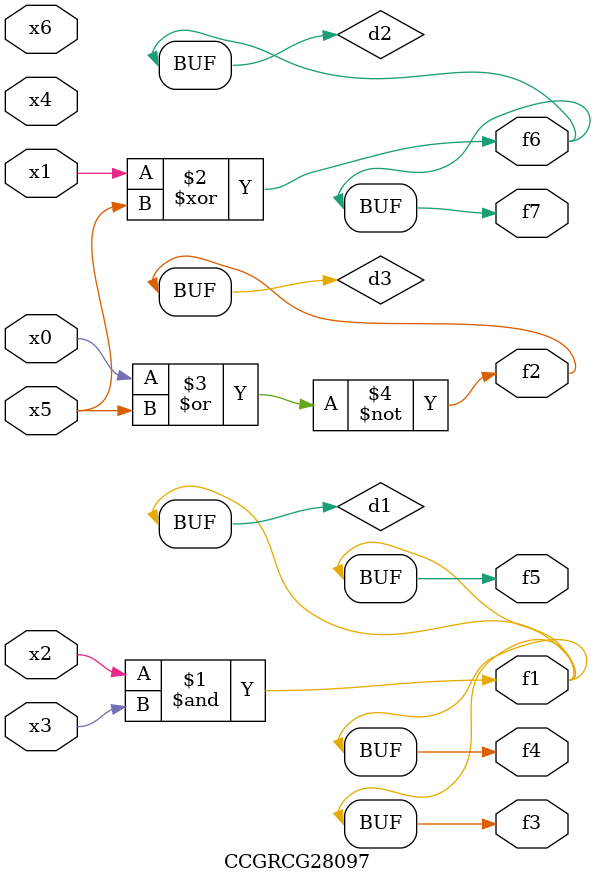
<source format=v>
module CCGRCG28097(
	input x0, x1, x2, x3, x4, x5, x6,
	output f1, f2, f3, f4, f5, f6, f7
);

	wire d1, d2, d3;

	and (d1, x2, x3);
	xor (d2, x1, x5);
	nor (d3, x0, x5);
	assign f1 = d1;
	assign f2 = d3;
	assign f3 = d1;
	assign f4 = d1;
	assign f5 = d1;
	assign f6 = d2;
	assign f7 = d2;
endmodule

</source>
